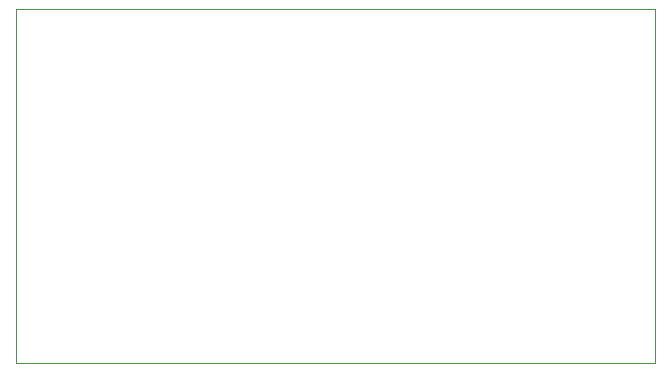
<source format=gbr>
%TF.GenerationSoftware,KiCad,Pcbnew,(5.1.7)-1*%
%TF.CreationDate,2020-12-07T21:31:33+00:00*%
%TF.ProjectId,AccCirc,41636343-6972-4632-9e6b-696361645f70,rev?*%
%TF.SameCoordinates,Original*%
%TF.FileFunction,Profile,NP*%
%FSLAX46Y46*%
G04 Gerber Fmt 4.6, Leading zero omitted, Abs format (unit mm)*
G04 Created by KiCad (PCBNEW (5.1.7)-1) date 2020-12-07 21:31:33*
%MOMM*%
%LPD*%
G01*
G04 APERTURE LIST*
%TA.AperFunction,Profile*%
%ADD10C,0.050000*%
%TD*%
G04 APERTURE END LIST*
D10*
X27559000Y-53721000D02*
X27559000Y-23749000D01*
X81661000Y-53721000D02*
X27559000Y-53721000D01*
X81661000Y-23749000D02*
X81661000Y-53721000D01*
X27559000Y-23749000D02*
X81661000Y-23749000D01*
M02*

</source>
